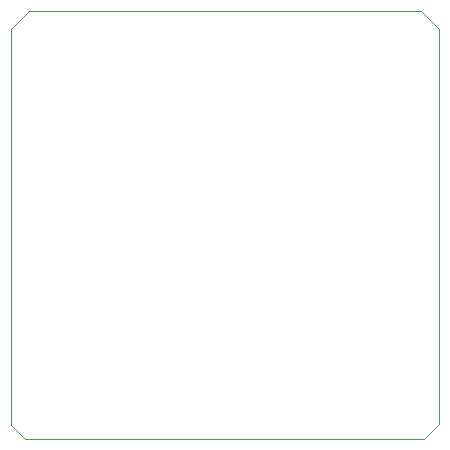
<source format=gko>
G04*
G04  File:            OPENGEIGER1.0.GKO, Sat Apr 20 15:36:22 2019*
G04  Source:          P-CAD 2004 PCB, Version 18.03.448, (C:\Users\Kent\Documents\customers\Medcom\OpenSource\OpenGeiger\OpenGeiger1.0.PCB)*
G04  Format:          Gerber Format (RS-274-D), ASCII*
G04*
G04  Format Options:  Absolute Positioning*
G04                   Leading-Zero Suppression*
G04                   Scale Factor 1:1*
G04                   NO Circular Interpolation*
G04                   Inch Units*
G04                   Numeric Format: 4.4 (XXXX.XXXX)*
G04                   G54 NOT Used for Aperture Change*
G04                   Apertures Embedded*
G04*
G04  File Options:    Offset = (0.0mil,0.0mil)*
G04                   Drill Symbol Size = 80.0mil*
G04                   No Pad/Via Holes*
G04*
G04  File Contents:   No Pads*
G04                   No Vias*
G04                   No Designators*
G04                   No Types*
G04                   No Values*
G04                   No Drill Symbols*
G04                   Board*
G04*
%INOPENGEIGER1.0.GKO*%
%ICAS*%
%MOIN*%
G04*
G04  Aperture MACROs for general use --- invoked via D-code assignment *
G04*
G04  General MACRO for flashed round with rotation and/or offset hole *
%AMROTOFFROUND*
1,1,$1,0.0000,0.0000*
1,0,$2,$3,$4*%
G04*
G04  General MACRO for flashed oval (obround) with rotation and/or offset hole *
%AMROTOFFOVAL*
21,1,$1,$2,0.0000,0.0000,$3*
1,1,$4,$5,$6*
1,1,$4,0-$5,0-$6*
1,0,$7,$8,$9*%
G04*
G04  General MACRO for flashed oval (obround) with rotation and no hole *
%AMROTOVALNOHOLE*
21,1,$1,$2,0.0000,0.0000,$3*
1,1,$4,$5,$6*
1,1,$4,0-$5,0-$6*%
G04*
G04  General MACRO for flashed rectangle with rotation and/or offset hole *
%AMROTOFFRECT*
21,1,$1,$2,0.0000,0.0000,$3*
1,0,$4,$5,$6*%
G04*
G04  General MACRO for flashed rectangle with rotation and no hole *
%AMROTRECTNOHOLE*
21,1,$1,$2,0.0000,0.0000,$3*%
G04*
G04  General MACRO for flashed rounded-rectangle *
%AMROUNDRECT*
21,1,$1,$2-$4,0.0000,0.0000,$3*
21,1,$1-$4,$2,0.0000,0.0000,$3*
1,1,$4,$5,$6*
1,1,$4,$7,$8*
1,1,$4,0-$5,0-$6*
1,1,$4,0-$7,0-$8*
1,0,$9,$10,$11*%
G04*
G04  General MACRO for flashed rounded-rectangle with rotation and no hole *
%AMROUNDRECTNOHOLE*
21,1,$1,$2-$4,0.0000,0.0000,$3*
21,1,$1-$4,$2,0.0000,0.0000,$3*
1,1,$4,$5,$6*
1,1,$4,$7,$8*
1,1,$4,0-$5,0-$6*
1,1,$4,0-$7,0-$8*%
G04*
G04  General MACRO for flashed regular polygon *
%AMREGPOLY*
5,1,$1,0.0000,0.0000,$2,$3+$4*
1,0,$5,$6,$7*%
G04*
G04  General MACRO for flashed regular polygon with no hole *
%AMREGPOLYNOHOLE*
5,1,$1,0.0000,0.0000,$2,$3+$4*%
G04*
G04  General MACRO for target *
%AMTARGET*
6,0,0,$1,$2,$3,4,$4,$5,$6*%
G04*
G04  General MACRO for mounting hole *
%AMMTHOLE*
1,1,$1,0,0*
1,0,$2,0,0*
$1=$1-$2*
$1=$1/2*
21,1,$2+$1,$3,0,0,$4*
21,1,$3,$2+$1,0,0,$4*%
G04*
G04*
G04  D10 : "Ellipse X8.0mil Y8.0mil H0.0mil 0.0deg (0.0mil,0.0mil) Draw"*
G04  Disc: OuterDia=0.0080*
%ADD10C, 0.0080*%
G04  D11 : "Ellipse X10.0mil Y10.0mil H0.0mil 0.0deg (0.0mil,0.0mil) Draw"*
G04  Disc: OuterDia=0.0100*
%ADD11C, 0.0100*%
G04  D12 : "Ellipse X12.0mil Y12.0mil H0.0mil 0.0deg (0.0mil,0.0mil) Draw"*
G04  Disc: OuterDia=0.0120*
%ADD12C, 0.0120*%
G04  D13 : "Ellipse X15.0mil Y15.0mil H0.0mil 0.0deg (0.0mil,0.0mil) Draw"*
G04  Disc: OuterDia=0.0150*
%ADD13C, 0.0150*%
G04  D14 : "Ellipse X16.0mil Y16.0mil H0.0mil 0.0deg (0.0mil,0.0mil) Draw"*
G04  Disc: OuterDia=0.0160*
%ADD14C, 0.0160*%
G04  D15 : "Ellipse X2.0mil Y2.0mil H0.0mil 0.0deg (0.0mil,0.0mil) Draw"*
G04  Disc: OuterDia=0.0020*
%ADD15C, 0.0020*%
G04  D16 : "Ellipse X2.0mil Y2.0mil H0.0mil 0.0deg (0.0mil,0.0mil) Draw"*
G04  Disc: OuterDia=0.0020*
%ADD16C, 0.0020*%
G04  D17 : "Ellipse X20.0mil Y20.0mil H0.0mil 0.0deg (0.0mil,0.0mil) Draw"*
G04  Disc: OuterDia=0.0200*
%ADD17C, 0.0200*%
G04  D18 : "Ellipse X25.0mil Y25.0mil H0.0mil 0.0deg (0.0mil,0.0mil) Draw"*
G04  Disc: OuterDia=0.0250*
%ADD18C, 0.0250*%
G04  D19 : "Ellipse X3.9mil Y3.9mil H0.0mil 0.0deg (0.0mil,0.0mil) Draw"*
G04  Disc: OuterDia=0.0039*
%ADD19C, 0.0039*%
G04  D20 : "Ellipse X4.0mil Y4.0mil H0.0mil 0.0deg (0.0mil,0.0mil) Draw"*
G04  Disc: OuterDia=0.0040*
%ADD20C, 0.0040*%
G04  D21 : "Ellipse X5.0mil Y5.0mil H0.0mil 0.0deg (0.0mil,0.0mil) Draw"*
G04  Disc: OuterDia=0.0050*
%ADD21C, 0.0050*%
G04  D22 : "Ellipse X50.0mil Y50.0mil H0.0mil 0.0deg (0.0mil,0.0mil) Draw"*
G04  Disc: OuterDia=0.0500*
%ADD22C, 0.0500*%
G04  D23 : "Ellipse X6.0mil Y6.0mil H0.0mil 0.0deg (0.0mil,0.0mil) Draw"*
G04  Disc: OuterDia=0.0060*
%ADD23C, 0.0060*%
G04  D24 : "Ellipse X6.0mil Y6.0mil H0.0mil 0.0deg (0.0mil,0.0mil) Draw"*
G04  Disc: OuterDia=0.0060*
%ADD24C, 0.0060*%
G04  D25 : "Ellipse X7.0mil Y7.0mil H0.0mil 0.0deg (0.0mil,0.0mil) Draw"*
G04  Disc: OuterDia=0.0070*
%ADD25C, 0.0070*%
G04  D26 : "Ellipse X204.0mil Y204.0mil H0.0mil 0.0deg (0.0mil,0.0mil) Flash"*
G04  Disc: OuterDia=0.2040*
%ADD26C, 0.2040*%
G04  D27 : "Ellipse X40.0mil Y40.0mil H0.0mil 0.0deg (0.0mil,0.0mil) Flash"*
G04  Disc: OuterDia=0.0400*
%ADD27C, 0.0400*%
G04  D28 : "Ellipse X44.0mil Y44.0mil H0.0mil 0.0deg (0.0mil,0.0mil) Flash"*
G04  Disc: OuterDia=0.0440*
%ADD28C, 0.0440*%
G04  D29 : "Ellipse X60.0mil Y60.0mil H0.0mil 0.0deg (0.0mil,0.0mil) Flash"*
G04  Disc: OuterDia=0.0600*
%ADD29C, 0.0600*%
G04  D30 : "Ellipse X64.0mil Y64.0mil H0.0mil 0.0deg (0.0mil,0.0mil) Flash"*
G04  Disc: OuterDia=0.0640*
%ADD30C, 0.0640*%
G04  D31 : "Ellipse X70.0mil Y70.0mil H0.0mil 0.0deg (0.0mil,0.0mil) Flash"*
G04  Disc: OuterDia=0.0700*
%ADD31C, 0.0700*%
G04  D32 : "Ellipse X74.0mil Y74.0mil H0.0mil 0.0deg (0.0mil,0.0mil) Flash"*
G04  Disc: OuterDia=0.0740*
%ADD32C, 0.0740*%
G04  D33 : "Ellipse X80.0mil Y80.0mil H0.0mil 0.0deg (0.0mil,0.0mil) Flash"*
G04  Disc: OuterDia=0.0800*
%ADD33C, 0.0800*%
G04  D34 : "Ellipse X84.0mil Y84.0mil H0.0mil 0.0deg (0.0mil,0.0mil) Flash"*
G04  Disc: OuterDia=0.0840*
%ADD34C, 0.0840*%
G04  D35 : "Mounting Hole X200.0mil Y200.0mil H0.0mil 0.0deg (0.0mil,0.0mil) Flash"*
G04  Mounting Hole: Diameter=0.2000, Rotation=0.0, LineWidth=0.0050 *
%ADD35MTHOLE, 0.2000 X0.1800 X0.0050 X0.0*%
G04  D36 : "Oval X75.0mil Y45.0mil H0.0mil 0.0deg (0.0mil,0.0mil) Flash"*
G04  Obround: DimX=0.0750, DimY=0.0450, Rotation=0.0, OffsetX=0.0000, OffsetY=0.0000, HoleDia=0.0000 *
%ADD36O, 0.0750 X0.0450*%
G04  D37 : "Oval X30.0mil Y56.0mil H0.0mil 0.0deg (0.0mil,0.0mil) Flash"*
G04  Obround: DimX=0.0300, DimY=0.0560, Rotation=0.0, OffsetX=0.0000, OffsetY=0.0000, HoleDia=0.0000 *
%ADD37O, 0.0300 X0.0560*%
G04  D38 : "Oval X30.0mil Y86.0mil H0.0mil 0.0deg (0.0mil,0.0mil) Flash"*
G04  Obround: DimX=0.0300, DimY=0.0860, Rotation=0.0, OffsetX=0.0000, OffsetY=0.0000, HoleDia=0.0000 *
%ADD38O, 0.0300 X0.0860*%
G04  D39 : "Rounded Rectangle X80.0mil Y104.0mil H0.0mil 0.0deg (0.0mil,0.0mil) Flash"*
G04  RoundRct: DimX=0.0800, DimY=0.1040, CornerRad=0.0200, Rotation=0.0, OffsetX=0.0000, OffsetY=0.0000, HoleDia=0.0000 *
%ADD39ROUNDRECTNOHOLE, 0.0800 X0.1040 X0.0 X0.0400 X-0.0200 X-0.0320 X-0.0200 X0.0320*%
G04  D40 : "Rounded Rectangle X86.0mil Y110.0mil H0.0mil 0.0deg (0.0mil,0.0mil) Flash"*
G04  RoundRct: DimX=0.0860, DimY=0.1100, CornerRad=0.0215, Rotation=0.0, OffsetX=0.0000, OffsetY=0.0000, HoleDia=0.0000 *
%ADD40ROUNDRECTNOHOLE, 0.0860 X0.1100 X0.0 X0.0430 X-0.0215 X-0.0335 X-0.0215 X0.0335*%
G04  D41 : "Rounded Rectangle X90.0mil Y114.0mil H0.0mil 0.0deg (0.0mil,0.0mil) Flash"*
G04  RoundRct: DimX=0.0900, DimY=0.1140, CornerRad=0.0225, Rotation=0.0, OffsetX=0.0000, OffsetY=0.0000, HoleDia=0.0000 *
%ADD41ROUNDRECTNOHOLE, 0.0900 X0.1140 X0.0 X0.0450 X-0.0225 X-0.0345 X-0.0225 X0.0345*%
G04  D42 : "Rounded Rectangle X33.8mil Y33.8mil H0.0mil 0.0deg (0.0mil,0.0mil) Flash"*
G04  RoundRct: DimX=0.0338, DimY=0.0338, CornerRad=0.0084, Rotation=0.0, OffsetX=0.0000, OffsetY=0.0000, HoleDia=0.0000 *
%ADD42ROUNDRECTNOHOLE, 0.0338 X0.0338 X0.0 X0.0169 X-0.0084 X-0.0084 X-0.0084 X0.0084*%
G04  D43 : "Rounded Rectangle X39.8mil Y39.8mil H0.0mil 0.0deg (0.0mil,0.0mil) Flash"*
G04  RoundRct: DimX=0.0398, DimY=0.0398, CornerRad=0.0099, Rotation=0.0, OffsetX=0.0000, OffsetY=0.0000, HoleDia=0.0000 *
%ADD43ROUNDRECTNOHOLE, 0.0398 X0.0398 X0.0 X0.0199 X-0.0099 X-0.0099 X-0.0099 X0.0099*%
G04  D44 : "Rounded Rectangle X43.8mil Y43.8mil H0.0mil 0.0deg (0.0mil,0.0mil) Flash"*
G04  RoundRct: DimX=0.0438, DimY=0.0438, CornerRad=0.0109, Rotation=0.0, OffsetX=0.0000, OffsetY=0.0000, HoleDia=0.0000 *
%ADD44ROUNDRECTNOHOLE, 0.0438 X0.0438 X0.0 X0.0219 X-0.0109 X-0.0109 X-0.0109 X0.0109*%
G04  D45 : "Rounded Rectangle X54.0mil Y34.0mil H0.0mil 0.0deg (0.0mil,0.0mil) Flash"*
G04  RoundRct: DimX=0.0540, DimY=0.0340, CornerRad=0.0085, Rotation=0.0, OffsetX=0.0000, OffsetY=0.0000, HoleDia=0.0000 *
%ADD45ROUNDRECTNOHOLE, 0.0540 X0.0340 X0.0 X0.0170 X-0.0185 X-0.0085 X-0.0185 X0.0085*%
G04  D46 : "Rounded Rectangle X54.0mil Y42.0mil H0.0mil 0.0deg (0.0mil,0.0mil) Flash"*
G04  RoundRct: DimX=0.0540, DimY=0.0420, CornerRad=0.0105, Rotation=0.0, OffsetX=0.0000, OffsetY=0.0000, HoleDia=0.0000 *
%ADD46ROUNDRECTNOHOLE, 0.0540 X0.0420 X0.0 X0.0210 X-0.0165 X-0.0105 X-0.0165 X0.0105*%
G04  D47 : "Rounded Rectangle X60.0mil Y40.0mil H0.0mil 0.0deg (0.0mil,0.0mil) Flash"*
G04  RoundRct: DimX=0.0600, DimY=0.0400, CornerRad=0.0100, Rotation=0.0, OffsetX=0.0000, OffsetY=0.0000, HoleDia=0.0000 *
%ADD47ROUNDRECTNOHOLE, 0.0600 X0.0400 X0.0 X0.0200 X-0.0200 X-0.0100 X-0.0200 X0.0100*%
G04  D48 : "Rounded Rectangle X40.0mil Y60.0mil H0.0mil 0.0deg (0.0mil,0.0mil) Flash"*
G04  RoundRct: DimX=0.0400, DimY=0.0600, CornerRad=0.0100, Rotation=0.0, OffsetX=0.0000, OffsetY=0.0000, HoleDia=0.0000 *
%ADD48ROUNDRECTNOHOLE, 0.0400 X0.0600 X0.0 X0.0200 X-0.0100 X-0.0200 X-0.0100 X0.0200*%
G04  D49 : "Rounded Rectangle X60.0mil Y48.0mil H0.0mil 0.0deg (0.0mil,0.0mil) Flash"*
G04  RoundRct: DimX=0.0600, DimY=0.0480, CornerRad=0.0120, Rotation=0.0, OffsetX=0.0000, OffsetY=0.0000, HoleDia=0.0000 *
%ADD49ROUNDRECTNOHOLE, 0.0600 X0.0480 X0.0 X0.0240 X-0.0180 X-0.0120 X-0.0180 X0.0120*%
G04  D50 : "Rounded Rectangle X64.0mil Y44.0mil H0.0mil 0.0deg (0.0mil,0.0mil) Flash"*
G04  RoundRct: DimX=0.0640, DimY=0.0440, CornerRad=0.0110, Rotation=0.0, OffsetX=0.0000, OffsetY=0.0000, HoleDia=0.0000 *
%ADD50ROUNDRECTNOHOLE, 0.0640 X0.0440 X0.0 X0.0220 X-0.0210 X-0.0110 X-0.0210 X0.0110*%
G04  D51 : "Rounded Rectangle X44.0mil Y64.0mil H0.0mil 0.0deg (0.0mil,0.0mil) Flash"*
G04  RoundRct: DimX=0.0440, DimY=0.0640, CornerRad=0.0110, Rotation=0.0, OffsetX=0.0000, OffsetY=0.0000, HoleDia=0.0000 *
%ADD51ROUNDRECTNOHOLE, 0.0440 X0.0640 X0.0 X0.0220 X-0.0110 X-0.0210 X-0.0110 X0.0210*%
G04  D52 : "Rounded Rectangle X64.0mil Y52.0mil H0.0mil 0.0deg (0.0mil,0.0mil) Flash"*
G04  RoundRct: DimX=0.0640, DimY=0.0520, CornerRad=0.0130, Rotation=0.0, OffsetX=0.0000, OffsetY=0.0000, HoleDia=0.0000 *
%ADD52ROUNDRECTNOHOLE, 0.0640 X0.0520 X0.0 X0.0260 X-0.0190 X-0.0130 X-0.0190 X0.0130*%
G04  D53 : "Rectangle X80.0mil Y104.0mil H0.0mil 0.0deg (0.0mil,0.0mil) Flash"*
G04  Rectangular: DimX=0.0800, DimY=0.1040, Rotation=0.0, OffsetX=0.0000, OffsetY=0.0000, HoleDia=0.0000 *
%ADD53R, 0.0800 X0.1040*%
G04  D54 : "Rectangle X86.0mil Y110.0mil H0.0mil 0.0deg (0.0mil,0.0mil) Flash"*
G04  Rectangular: DimX=0.0860, DimY=0.1100, Rotation=0.0, OffsetX=0.0000, OffsetY=0.0000, HoleDia=0.0000 *
%ADD54R, 0.0860 X0.1100*%
G04  D55 : "Rectangle X90.0mil Y114.0mil H0.0mil 0.0deg (0.0mil,0.0mil) Flash"*
G04  Rectangular: DimX=0.0900, DimY=0.1140, Rotation=0.0, OffsetX=0.0000, OffsetY=0.0000, HoleDia=0.0000 *
%ADD55R, 0.0900 X0.1140*%
G04  D56 : "Rectangle X13.7mil Y17.6mil H0.0mil 0.0deg (0.0mil,0.0mil) Flash"*
G04  Rectangular: DimX=0.0137, DimY=0.0176, Rotation=0.0, OffsetX=0.0000, OffsetY=0.0000, HoleDia=0.0000 *
%ADD56R, 0.0137 X0.0176*%
G04  D57 : "Rectangle X17.6mil Y13.7mil H0.0mil 0.0deg (0.0mil,0.0mil) Flash"*
G04  Rectangular: DimX=0.0176, DimY=0.0137, Rotation=0.0, OffsetX=0.0000, OffsetY=0.0000, HoleDia=0.0000 *
%ADD57R, 0.0176 X0.0137*%
G04  D58 : "Rectangle X19.7mil Y23.6mil H0.0mil 0.0deg (0.0mil,0.0mil) Flash"*
G04  Rectangular: DimX=0.0197, DimY=0.0236, Rotation=0.0, OffsetX=0.0000, OffsetY=0.0000, HoleDia=0.0000 *
%ADD58R, 0.0197 X0.0236*%
G04  D59 : "Rectangle X23.6mil Y19.7mil H0.0mil 0.0deg (0.0mil,0.0mil) Flash"*
G04  Rectangular: DimX=0.0236, DimY=0.0197, Rotation=0.0, OffsetX=0.0000, OffsetY=0.0000, HoleDia=0.0000 *
%ADD59R, 0.0236 X0.0197*%
G04  D60 : "Rectangle X23.7mil Y27.6mil H0.0mil 0.0deg (0.0mil,0.0mil) Flash"*
G04  Rectangular: DimX=0.0237, DimY=0.0276, Rotation=0.0, OffsetX=0.0000, OffsetY=0.0000, HoleDia=0.0000 *
%ADD60R, 0.0237 X0.0276*%
G04  D61 : "Rectangle X27.6mil Y23.7mil H0.0mil 0.0deg (0.0mil,0.0mil) Flash"*
G04  Rectangular: DimX=0.0276, DimY=0.0237, Rotation=0.0, OffsetX=0.0000, OffsetY=0.0000, HoleDia=0.0000 *
%ADD61R, 0.0276 X0.0237*%
G04  D62 : "Rectangle X26.0mil Y34.0mil H0.0mil 0.0deg (0.0mil,0.0mil) Flash"*
G04  Rectangular: DimX=0.0260, DimY=0.0340, Rotation=0.0, OffsetX=0.0000, OffsetY=0.0000, HoleDia=0.0000 *
%ADD62R, 0.0260 X0.0340*%
G04  D63 : "Rectangle X34.0mil Y26.0mil H0.0mil 0.0deg (0.0mil,0.0mil) Flash"*
G04  Rectangular: DimX=0.0340, DimY=0.0260, Rotation=0.0, OffsetX=0.0000, OffsetY=0.0000, HoleDia=0.0000 *
%ADD63R, 0.0340 X0.0260*%
G04  D64 : "Rectangle X22.0mil Y30.0mil H0.0mil 0.0deg (0.0mil,0.0mil) Flash"*
G04  Rectangular: DimX=0.0220, DimY=0.0300, Rotation=0.0, OffsetX=0.0000, OffsetY=0.0000, HoleDia=0.0000 *
%ADD64R, 0.0220 X0.0300*%
G04  D65 : "Rectangle X32.0mil Y40.0mil H0.0mil 0.0deg (0.0mil,0.0mil) Flash"*
G04  Rectangular: DimX=0.0320, DimY=0.0400, Rotation=0.0, OffsetX=0.0000, OffsetY=0.0000, HoleDia=0.0000 *
%ADD65R, 0.0320 X0.0400*%
G04  D66 : "Rectangle X40.0mil Y32.0mil H0.0mil 0.0deg (0.0mil,0.0mil) Flash"*
G04  Rectangular: DimX=0.0400, DimY=0.0320, Rotation=0.0, OffsetX=0.0000, OffsetY=0.0000, HoleDia=0.0000 *
%ADD66R, 0.0400 X0.0320*%
G04  D67 : "Rectangle X28.0mil Y36.0mil H0.0mil 0.0deg (0.0mil,0.0mil) Flash"*
G04  Rectangular: DimX=0.0280, DimY=0.0360, Rotation=0.0, OffsetX=0.0000, OffsetY=0.0000, HoleDia=0.0000 *
%ADD67R, 0.0280 X0.0360*%
G04  D68 : "Rectangle X36.0mil Y44.0mil H0.0mil 0.0deg (0.0mil,0.0mil) Flash"*
G04  Rectangular: DimX=0.0360, DimY=0.0440, Rotation=0.0, OffsetX=0.0000, OffsetY=0.0000, HoleDia=0.0000 *
%ADD68R, 0.0360 X0.0440*%
G04  D69 : "Rectangle X44.0mil Y36.0mil H0.0mil 0.0deg (0.0mil,0.0mil) Flash"*
G04  Rectangular: DimX=0.0440, DimY=0.0360, Rotation=0.0, OffsetX=0.0000, OffsetY=0.0000, HoleDia=0.0000 *
%ADD69R, 0.0440 X0.0360*%
G04  D70 : "Rectangle X44.0mil Y34.0mil H0.0mil 0.0deg (0.0mil,0.0mil) Flash"*
G04  Rectangular: DimX=0.0440, DimY=0.0340, Rotation=0.0, OffsetX=0.0000, OffsetY=0.0000, HoleDia=0.0000 *
%ADD70R, 0.0440 X0.0340*%
G04  D71 : "Rectangle X34.0mil Y44.0mil H0.0mil 0.0deg (0.0mil,0.0mil) Flash"*
G04  Rectangular: DimX=0.0340, DimY=0.0440, Rotation=0.0, OffsetX=0.0000, OffsetY=0.0000, HoleDia=0.0000 *
%ADD71R, 0.0340 X0.0440*%
G04  D72 : "Rectangle X50.0mil Y40.0mil H0.0mil 0.0deg (0.0mil,0.0mil) Flash"*
G04  Rectangular: DimX=0.0500, DimY=0.0400, Rotation=0.0, OffsetX=0.0000, OffsetY=0.0000, HoleDia=0.0000 *
%ADD72R, 0.0500 X0.0400*%
G04  D73 : "Rectangle X40.0mil Y50.0mil H0.0mil 0.0deg (0.0mil,0.0mil) Flash"*
G04  Rectangular: DimX=0.0400, DimY=0.0500, Rotation=0.0, OffsetX=0.0000, OffsetY=0.0000, HoleDia=0.0000 *
%ADD73R, 0.0400 X0.0500*%
G04  D74 : "Rectangle X54.0mil Y42.0mil H0.0mil 0.0deg (0.0mil,0.0mil) Flash"*
G04  Rectangular: DimX=0.0540, DimY=0.0420, Rotation=0.0, OffsetX=0.0000, OffsetY=0.0000, HoleDia=0.0000 *
%ADD74R, 0.0540 X0.0420*%
G04  D75 : "Rectangle X54.0mil Y44.0mil H0.0mil 0.0deg (0.0mil,0.0mil) Flash"*
G04  Rectangular: DimX=0.0540, DimY=0.0440, Rotation=0.0, OffsetX=0.0000, OffsetY=0.0000, HoleDia=0.0000 *
%ADD75R, 0.0540 X0.0440*%
G04  D76 : "Rectangle X44.0mil Y54.0mil H0.0mil 0.0deg (0.0mil,0.0mil) Flash"*
G04  Rectangular: DimX=0.0440, DimY=0.0540, Rotation=0.0, OffsetX=0.0000, OffsetY=0.0000, HoleDia=0.0000 *
%ADD76R, 0.0440 X0.0540*%
G04  D77 : "Rectangle X94.0mil Y59.0mil H0.0mil 0.0deg (0.0mil,0.0mil) Flash"*
G04  Rectangular: DimX=0.0940, DimY=0.0590, Rotation=0.0, OffsetX=0.0000, OffsetY=0.0000, HoleDia=0.0000 *
%ADD77R, 0.0940 X0.0590*%
G04  D78 : "Rectangle X40.0mil Y60.0mil H0.0mil 0.0deg (0.0mil,0.0mil) Flash"*
G04  Rectangular: DimX=0.0400, DimY=0.0600, Rotation=0.0, OffsetX=0.0000, OffsetY=0.0000, HoleDia=0.0000 *
%ADD78R, 0.0400 X0.0600*%
G04  D79 : "Rectangle X60.0mil Y48.0mil H0.0mil 0.0deg (0.0mil,0.0mil) Flash"*
G04  Rectangular: DimX=0.0600, DimY=0.0480, Rotation=0.0, OffsetX=0.0000, OffsetY=0.0000, HoleDia=0.0000 *
%ADD79R, 0.0600 X0.0480*%
G04  D80 : "Rectangle X44.0mil Y64.0mil H0.0mil 0.0deg (0.0mil,0.0mil) Flash"*
G04  Rectangular: DimX=0.0440, DimY=0.0640, Rotation=0.0, OffsetX=0.0000, OffsetY=0.0000, HoleDia=0.0000 *
%ADD80R, 0.0440 X0.0640*%
G04  D81 : "Rectangle X64.0mil Y52.0mil H0.0mil 0.0deg (0.0mil,0.0mil) Flash"*
G04  Rectangular: DimX=0.0640, DimY=0.0520, Rotation=0.0, OffsetX=0.0000, OffsetY=0.0000, HoleDia=0.0000 *
%ADD81R, 0.0640 X0.0520*%
G04  D82 : "Rectangle X100.0mil Y65.0mil H0.0mil 0.0deg (0.0mil,0.0mil) Flash"*
G04  Rectangular: DimX=0.1000, DimY=0.0650, Rotation=0.0, OffsetX=0.0000, OffsetY=0.0000, HoleDia=0.0000 *
%ADD82R, 0.1000 X0.0650*%
G04  D83 : "Rectangle X104.0mil Y69.0mil H0.0mil 0.0deg (0.0mil,0.0mil) Flash"*
G04  Rectangular: DimX=0.1040, DimY=0.0690, Rotation=0.0, OffsetX=0.0000, OffsetY=0.0000, HoleDia=0.0000 *
%ADD83R, 0.1040 X0.0690*%
G04  D84 : "Rectangle X70.0mil Y70.0mil H0.0mil 0.0deg (0.0mil,0.0mil) Flash"*
G04  Square: Side=0.0700, Rotation=0.0, OffsetX=0.0000, OffsetY=0.0000, HoleDia=0.0000*
%ADD84R, 0.0700 X0.0700*%
G04  D85 : "Rectangle X74.0mil Y20.0mil H0.0mil 0.0deg (0.0mil,0.0mil) Flash"*
G04  Rectangular: DimX=0.0740, DimY=0.0200, Rotation=0.0, OffsetX=0.0000, OffsetY=0.0000, HoleDia=0.0000 *
%ADD85R, 0.0740 X0.0200*%
G04  D86 : "Rectangle X74.0mil Y74.0mil H0.0mil 0.0deg (0.0mil,0.0mil) Flash"*
G04  Square: Side=0.0740, Rotation=0.0, OffsetX=0.0000, OffsetY=0.0000, HoleDia=0.0000*
%ADD86R, 0.0740 X0.0740*%
G04  D87 : "Rectangle X80.0mil Y26.0mil H0.0mil 0.0deg (0.0mil,0.0mil) Flash"*
G04  Rectangular: DimX=0.0800, DimY=0.0260, Rotation=0.0, OffsetX=0.0000, OffsetY=0.0000, HoleDia=0.0000 *
%ADD87R, 0.0800 X0.0260*%
G04  D88 : "Rectangle X84.0mil Y30.0mil H0.0mil 0.0deg (0.0mil,0.0mil) Flash"*
G04  Rectangular: DimX=0.0840, DimY=0.0300, Rotation=0.0, OffsetX=0.0000, OffsetY=0.0000, HoleDia=0.0000 *
%ADD88R, 0.0840 X0.0300*%
G04  D89 : "Rectangle X40.0mil Y90.0mil H0.0mil 0.0deg (0.0mil,0.0mil) Flash"*
G04  Rectangular: DimX=0.0400, DimY=0.0900, Rotation=0.0, OffsetX=0.0000, OffsetY=0.0000, HoleDia=0.0000 *
%ADD89R, 0.0400 X0.0900*%
G04  D90 : "Rectangle X80.0mil Y90.0mil H0.0mil 0.0deg (0.0mil,0.0mil) Flash"*
G04  Rectangular: DimX=0.0800, DimY=0.0900, Rotation=0.0, OffsetX=0.0000, OffsetY=0.0000, HoleDia=0.0000 *
%ADD90R, 0.0800 X0.0900*%
G04  D91 : "Rectangle X44.0mil Y94.0mil H0.0mil 0.0deg (0.0mil,0.0mil) Flash"*
G04  Rectangular: DimX=0.0440, DimY=0.0940, Rotation=0.0, OffsetX=0.0000, OffsetY=0.0000, HoleDia=0.0000 *
%ADD91R, 0.0440 X0.0940*%
G04  D92 : "Rectangle X84.0mil Y94.0mil H0.0mil 0.0deg (0.0mil,0.0mil) Flash"*
G04  Rectangular: DimX=0.0840, DimY=0.0940, Rotation=0.0, OffsetX=0.0000, OffsetY=0.0000, HoleDia=0.0000 *
%ADD92R, 0.0840 X0.0940*%
G04  D93 : "Ellipse X30.0mil Y30.0mil H0.0mil 0.0deg (0.0mil,0.0mil) Flash"*
G04  Disc: OuterDia=0.0300*
%ADD93C, 0.0300*%
G04  D94 : "Ellipse X34.0mil Y34.0mil H0.0mil 0.0deg (0.0mil,0.0mil) Flash"*
G04  Disc: OuterDia=0.0340*
%ADD94C, 0.0340*%
G04*
%FSLAX44Y44*%
%SFA1B1*%
%OFA0.0000B0.0000*%
G04*
G70*
G90*
G01*
D2*
%LNBoard*%
D20*
X9900Y14350*
X10350Y13900D1*
X10500Y28150D2*
X9900Y27550D1*
Y14350*
X24150Y14400D2*
Y27550D1*
X23650Y13900D2*
X24150Y14400D1*
X23550Y28150D2*
X24150Y27550D1*
X10350Y13900D2*
X23650D1*
X23550Y28150D2*
X10500D1*
D02M02*

</source>
